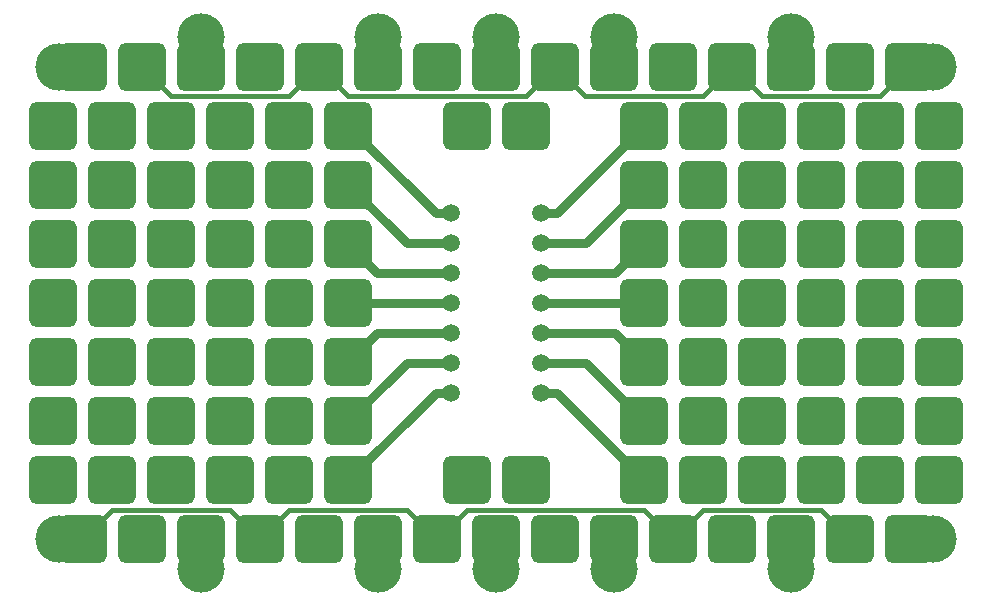
<source format=gbl>
G04*
G04 #@! TF.GenerationSoftware,Altium Limited,Altium Designer,24.6.1 (21)*
G04*
G04 Layer_Physical_Order=2*
G04 Layer_Color=16711680*
%FSLAX44Y44*%
%MOMM*%
G71*
G04*
G04 #@! TF.SameCoordinates,9B16286B-4A24-460F-9477-999D6B2B2959*
G04*
G04*
G04 #@! TF.FilePolarity,Positive*
G04*
G01*
G75*
%ADD17C,0.8000*%
%ADD18C,0.4500*%
G04:AMPARAMS|DCode=19|XSize=4mm|YSize=4mm|CornerRadius=0.5mm|HoleSize=0mm|Usage=FLASHONLY|Rotation=180.000|XOffset=0mm|YOffset=0mm|HoleType=Round|Shape=RoundedRectangle|*
%AMROUNDEDRECTD19*
21,1,4.0000,3.0000,0,0,180.0*
21,1,3.0000,4.0000,0,0,180.0*
1,1,1.0000,-1.5000,1.5000*
1,1,1.0000,1.5000,1.5000*
1,1,1.0000,1.5000,-1.5000*
1,1,1.0000,-1.5000,-1.5000*
%
%ADD19ROUNDEDRECTD19*%
%ADD20C,1.5000*%
%ADD21C,4.0000*%
D17*
X299600Y-275400D02*
X362000D01*
X275000Y-300000D02*
X299600Y-275400D01*
X275000Y-250000D02*
X362000D01*
X299600Y-224600D02*
X362000D01*
X348800Y-173800D02*
X362000D01*
X324200Y-199200D02*
X362000D01*
X275000Y-200000D02*
X299600Y-224600D01*
X438200Y-300800D02*
X476000D01*
X525200Y-350000D01*
X438200Y-326200D02*
X451400D01*
X525200Y-400000D01*
X438200Y-275400D02*
X500600D01*
X525200Y-300000D01*
X438200Y-199200D02*
X476000D01*
X438200Y-224600D02*
X500600D01*
X438200Y-250000D02*
X525200D01*
X500600Y-224600D02*
X525200Y-200000D01*
X324200Y-300800D02*
X362000D01*
X275000Y-350000D02*
X324200Y-300800D01*
X348800Y-326200D02*
X362000D01*
X275000Y-400000D02*
X348800Y-326200D01*
X438200Y-173800D02*
X451400D01*
X476000Y-199200D02*
X525200Y-150000D01*
X451400Y-173800D02*
X525200Y-100000D01*
X275000D02*
X348800Y-173800D01*
X275000Y-150000D02*
X324200Y-199200D01*
D18*
X125000Y-75000D02*
X225000D01*
X100000Y-50000D02*
X125000Y-75000D01*
X250000Y-50000D02*
X275000Y-75000D01*
X225000D02*
X250000Y-50000D01*
X275000Y-75000D02*
X425000D01*
X575000Y-425000D02*
X675000D01*
X550000Y-450000D02*
X575000Y-425000D01*
X525000D02*
X550000Y-450000D01*
X200000Y-450000D02*
X225000Y-425000D01*
X175000D02*
X200000Y-450000D01*
X75000Y-425000D02*
X175000D01*
X50000Y-450000D02*
X75000Y-425000D01*
X30000Y-450000D02*
X50000D01*
X225000Y-425000D02*
X325000D01*
X350000Y-450000D01*
X375000Y-425000D01*
X525000D01*
X675000D02*
X700000Y-450000D01*
X425000Y-75000D02*
X450000Y-50000D01*
X475000Y-75000D01*
X575000D01*
X750000Y-50000D02*
X770000D01*
X725000Y-75000D02*
X750000Y-50000D01*
X625000Y-75000D02*
X725000D01*
X600000Y-50000D02*
X625000Y-75000D01*
X575000D02*
X600000Y-50000D01*
D19*
X425000Y-400000D02*
D03*
Y-100000D02*
D03*
X375000D02*
D03*
Y-400000D02*
D03*
X775000Y-300000D02*
D03*
Y-250000D02*
D03*
Y-200000D02*
D03*
X275000Y-350000D02*
D03*
X225000D02*
D03*
Y-150000D02*
D03*
Y-200000D02*
D03*
Y-250000D02*
D03*
X275000D02*
D03*
Y-200000D02*
D03*
Y-150000D02*
D03*
X225000Y-300000D02*
D03*
X275000D02*
D03*
X525000Y-350000D02*
D03*
Y-300000D02*
D03*
Y-250000D02*
D03*
Y-200000D02*
D03*
Y-150000D02*
D03*
X50000Y-450000D02*
D03*
X100000D02*
D03*
X150000D02*
D03*
X200000D02*
D03*
X250000D02*
D03*
X300000D02*
D03*
X400000D02*
D03*
X500000D02*
D03*
X550000D02*
D03*
X600000D02*
D03*
X650000D02*
D03*
X700000D02*
D03*
X750000D02*
D03*
X450000D02*
D03*
X350000D02*
D03*
X450000Y-50000D02*
D03*
X350000D02*
D03*
X775000Y-400000D02*
D03*
X725000D02*
D03*
X525000D02*
D03*
X675000D02*
D03*
X275000D02*
D03*
X225000D02*
D03*
X175000D02*
D03*
X125000D02*
D03*
X75000D02*
D03*
X25000D02*
D03*
X625000D02*
D03*
X575000D02*
D03*
X775000Y-350000D02*
D03*
X725000D02*
D03*
X675000D02*
D03*
X175000D02*
D03*
X125000D02*
D03*
X75000D02*
D03*
X25000D02*
D03*
X625000D02*
D03*
X575000D02*
D03*
X50000Y-50000D02*
D03*
X625000Y-150000D02*
D03*
X575000D02*
D03*
X625000Y-200000D02*
D03*
X575000D02*
D03*
X625000Y-250000D02*
D03*
X575000D02*
D03*
X175000Y-150000D02*
D03*
Y-200000D02*
D03*
Y-250000D02*
D03*
X575000Y-300000D02*
D03*
X625000D02*
D03*
X25000D02*
D03*
X75000D02*
D03*
X125000D02*
D03*
X25000Y-250000D02*
D03*
X75000D02*
D03*
X125000D02*
D03*
X25000Y-200000D02*
D03*
X75000D02*
D03*
X125000D02*
D03*
X25000Y-150000D02*
D03*
X75000D02*
D03*
X125000D02*
D03*
X100000Y-50000D02*
D03*
X150000D02*
D03*
X200000D02*
D03*
X250000D02*
D03*
X300000D02*
D03*
X400000D02*
D03*
X500000D02*
D03*
X550000D02*
D03*
X600000D02*
D03*
X650000D02*
D03*
X700000D02*
D03*
X750000D02*
D03*
X275000Y-100000D02*
D03*
X225000D02*
D03*
X175000D02*
D03*
X125000D02*
D03*
X75000D02*
D03*
X25000D02*
D03*
X175000Y-300000D02*
D03*
X675000D02*
D03*
Y-100000D02*
D03*
X625000D02*
D03*
X575000D02*
D03*
X525000D02*
D03*
X675000Y-150000D02*
D03*
Y-200000D02*
D03*
Y-250000D02*
D03*
X725000Y-200000D02*
D03*
Y-150000D02*
D03*
X775000D02*
D03*
X725000Y-100000D02*
D03*
X775000D02*
D03*
X725000Y-250000D02*
D03*
Y-300000D02*
D03*
D20*
X438300Y-326100D02*
D03*
Y-300700D02*
D03*
X438300Y-275300D02*
D03*
X362000Y-326200D02*
D03*
Y-300800D02*
D03*
X362000Y-275400D02*
D03*
X362000Y-173800D02*
D03*
X362000Y-199200D02*
D03*
X362000Y-224600D02*
D03*
Y-250000D02*
D03*
X438200Y-173800D02*
D03*
Y-199200D02*
D03*
X438200Y-224600D02*
D03*
X438200Y-250000D02*
D03*
D21*
X30000Y-450000D02*
D03*
X650000Y-475000D02*
D03*
X150000D02*
D03*
X300000D02*
D03*
X500000D02*
D03*
X400000D02*
D03*
X770000Y-450000D02*
D03*
X30000Y-50000D02*
D03*
X400000Y-25000D02*
D03*
X300000D02*
D03*
X500000D02*
D03*
X650000D02*
D03*
X150000D02*
D03*
X770000Y-50000D02*
D03*
M02*

</source>
